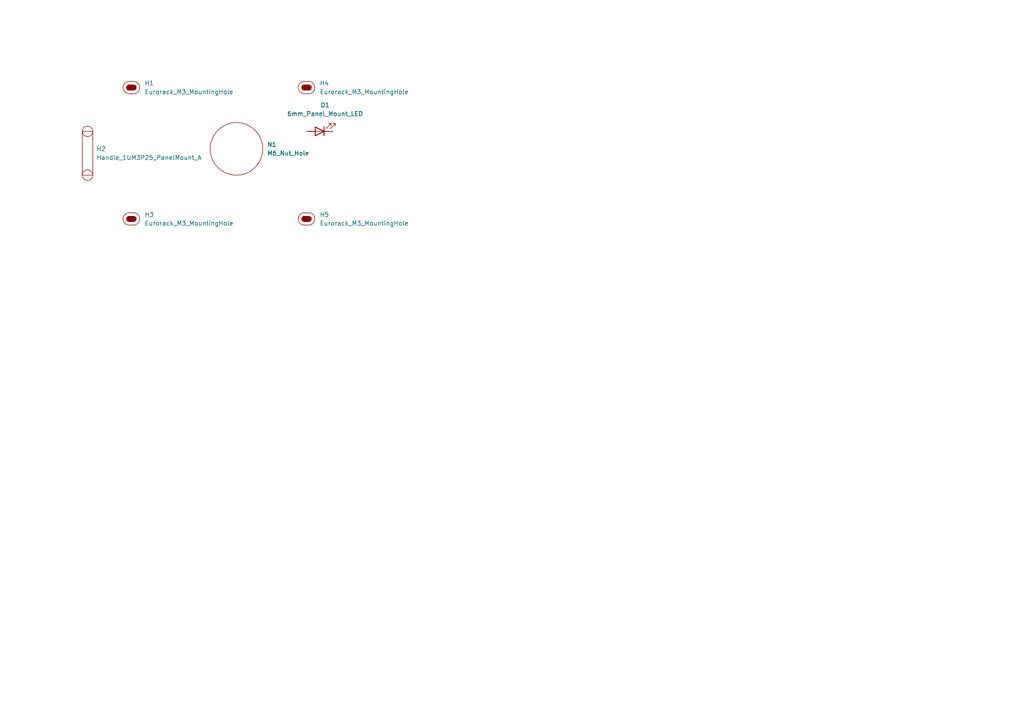
<source format=kicad_sch>
(kicad_sch (version 20250114) (generator "eeschema") (generator_version "9.0")
  (paper "A4")
  (lib_symbols
    (symbol "EXC:6mm_Panel_Mount_LED" (pin_numbers (hide yes)) (pin_names (offset 1.016) (hide yes))
      (property "Reference" "D" (at 0 2.54 0))
      (property "Value" "6mm_Panel_Mount_LED" (at 0 -3.556 0))
      (symbol "6mm_Panel_Mount_LED_0_1"
        (polyline (pts (xy -1.27 1.27) (xy -1.27 -1.27) (xy 1.27 0) (xy -1.27 1.27)) (stroke (width 0.254)))
        (polyline (pts (xy 1.27 1.27) (xy 1.27 -1.27)) (stroke (width 0.254)))
        (polyline (pts (xy 1.27 0) (xy -1.27 0)))
        (polyline (pts (xy 1.778 0.762) (xy 3.302 2.286) (xy 2.54 2.286) (xy 3.302 2.286) (xy 3.302 1.524)))
        (polyline (pts (xy 3.048 0.762) (xy 4.572 2.286) (xy 3.81 2.286) (xy 4.572 2.286) (xy 4.572 1.524)))
      )
      (symbol "6mm_Panel_Mount_LED_1_1"
        (pin passive line (at -3.81 0 0) (length 2.54) (name "A") (number "2"))
        (pin passive line (at 3.81 0 180) (length 2.54) (name "K") (number "1"))
      )
    )
    (symbol "EXC:Eurorack_M3_MountingHole" (pin_names (offset 1.016))
      (property "Reference" "H" (at 0 5.08 0))
      (property "Value" "Eurorack_M3_MountingHole" (at 0 3.175 0))
      (symbol "Eurorack_M3_MountingHole_0_1"
        (polyline (pts (xy -0.635 0.762) (xy 0.635 0.762)))
        (circle (center -0.635 0) (radius 0.762) (fill (type outline)))
        (arc (start -0.635 -0.762) (mid -1.397 0) (end -0.635 0.762))
        (arc (start -0.635 -1.778) (mid -2.413 0) (end -0.635 1.778))
        (polyline (pts (xy -0.635 -0.762) (xy 0.635 -0.762)))
        (polyline (pts (xy -0.635 -1.778) (xy 0.635 -1.778)))
        (circle (center 0 0) (radius 0.762) (fill (type outline)))
        (polyline (pts (xy 0.635 1.778) (xy -0.635 1.778)))
        (arc (start 0.6141 1.778) (mid 2.4131 0) (end 0.6141 -1.778))
        (arc (start 0.6227 0.762) (mid 1.3971 0) (end 0.6227 -0.762))
        (circle (center 0.635 0) (radius 0.762) (fill (type outline)))
      )
    )
    (symbol "EXC:Handle_1UM3P25_A"
      (property "Reference" "H" (at 0 -6.35 0))
      (property "Value" "Handle_1UM3P25_PanelMount_A" (at 0.254 -17.018 0))
      (symbol "Handle_1UM3P25_A_0_1"
        (rectangle (start -1.524 0) (end 1.524 -12.7))
        (circle (center 0 0) (radius 1.524))
        (circle (center 0 -12.7) (radius 1.524))
      )
    )
    (symbol "EXC:M6_Nut_Hole"
      (property "Reference" "N" (at 0 0 0))
      (property "Value" "M6_Nut_Hole" (at 0 -1.778 0))
      (symbol "M6_Nut_Hole_0_1"
        (circle (center 0 0) (radius 7.62))
      )
    )
  )
  (symbol (lib_id "EXC:6mm_Panel_Mount_LED") (at 92.71 38.1 0) (unit 1)
    (property "Reference" "D1" (at 94.2975 30.48 0))
    (property "Value" "6mm_Panel_Mount_LED" (at 94.2975 33.02 0))
    (property "Footprint" "EXC:6mm_Panel_Mount_LED" (effects (hide yes)))
    (property "Description" "Light emitting diode" (effects (hide yes)))
  )
  (symbol (lib_id "EXC:Eurorack_M3_MountingHole") (at 38.1 63.5 0) (unit 1)
    (property "Reference" "H3" (at 41.91 62.2299 0) (effects (justify left)))
    (property "Value" "Eurorack_M3_MountingHole" (at 41.91 64.7699 0) (effects (justify left)))
    (property "Footprint" "EXC:MountingHole_3.2mm_M3" (effects (hide yes)))
    (property "Description" "Mounting Hole without connection" (effects (hide yes)))
  )
  (symbol (lib_id "EXC:M6_Nut_Hole") (at 68.58 43.18 0) (unit 1)
    (property "Reference" "N1" (at 77.47 41.9099 0) (effects (justify left)))
    (property "Value" "M6_Nut_Hole" (at 77.47 44.4499 0) (effects (justify left)))
    (property "Footprint" "EXC:M6_Nut_Hole" (effects (hide yes)))
  )
  (symbol (lib_id "EXC:Eurorack_M3_MountingHole") (at 38.1 25.4 0) (unit 1)
    (property "Reference" "H1" (at 41.91 24.1299 0) (effects (justify left)))
    (property "Value" "Eurorack_M3_MountingHole" (at 41.91 26.6699 0) (effects (justify left)))
    (property "Footprint" "EXC:MountingHole_3.2mm_M3" (effects (hide yes)))
    (property "Description" "Mounting Hole without connection" (effects (hide yes)))
  )
  (symbol (lib_id "EXC:Eurorack_M3_MountingHole") (at 88.9 63.5 0) (unit 1)
    (property "Reference" "H5" (at 92.71 62.2299 0) (effects (justify left)))
    (property "Value" "Eurorack_M3_MountingHole" (at 92.71 64.7699 0) (effects (justify left)))
    (property "Footprint" "EXC:MountingHole_3.2mm_M3" (effects (hide yes)))
    (property "Description" "Mounting Hole without connection" (effects (hide yes)))
  )
  (symbol (lib_id "EXC:Eurorack_M3_MountingHole") (at 88.9 25.4 0) (unit 1)
    (property "Reference" "H4" (at 92.71 24.1299 0) (effects (justify left)))
    (property "Value" "Eurorack_M3_MountingHole" (at 92.71 26.6699 0) (effects (justify left)))
    (property "Footprint" "EXC:MountingHole_3.2mm_M3" (effects (hide yes)))
    (property "Description" "Mounting Hole without connection" (effects (hide yes)))
  )
  (symbol (lib_id "EXC:Handle_1UM3P25_A") (at 25.4 38.1 0) (unit 1)
    (property "Reference" "H2" (at 27.94 43.1799 0) (effects (justify left)))
    (property "Value" "Handle_1UM3P25_PanelMount_A" (at 27.94 45.7199 0) (effects (justify left)))
    (property "Footprint" "EXC:Handle_1UM3P25_A" (effects (hide yes)))
  )
)
</source>
